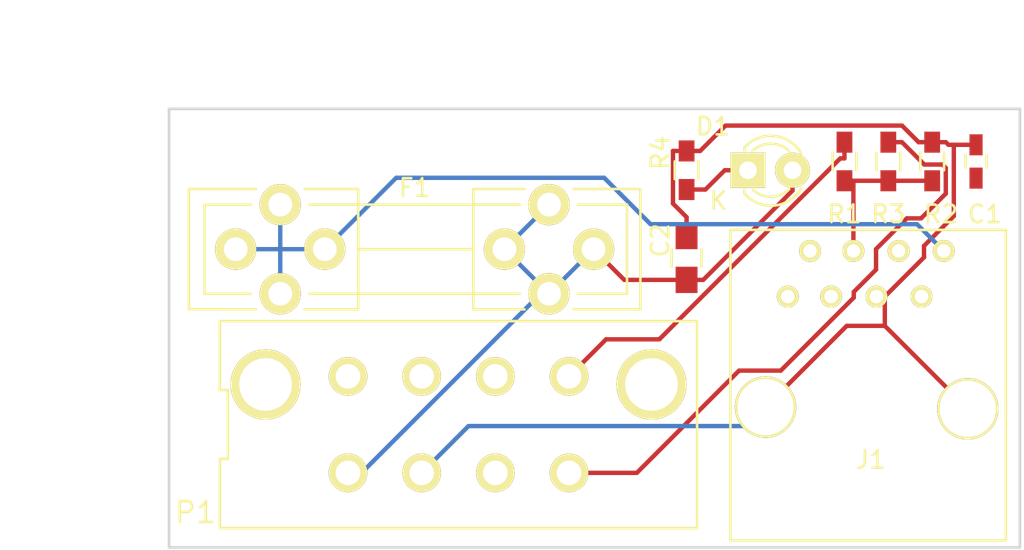
<source format=kicad_pcb>
(kicad_pcb (version 4) (host pcbnew 4.0.1-stable)

  (general
    (links 23)
    (no_connects 0)
    (area 115.424999 98.475 164.375 124.075001)
    (thickness 1.6)
    (drawings 6)
    (tracks 74)
    (zones 0)
    (modules 10)
    (nets 17)
  )

  (page A4)
  (layers
    (0 F.Cu signal)
    (31 B.Cu signal)
    (32 B.Adhes user)
    (33 F.Adhes user)
    (34 B.Paste user)
    (35 F.Paste user)
    (36 B.SilkS user)
    (37 F.SilkS user)
    (38 B.Mask user)
    (39 F.Mask user)
    (40 Dwgs.User user)
    (41 Cmts.User user)
    (42 Eco1.User user)
    (43 Eco2.User user)
    (44 Edge.Cuts user)
    (45 Margin user)
    (46 B.CrtYd user)
    (47 F.CrtYd user)
    (48 B.Fab user)
    (49 F.Fab user)
  )

  (setup
    (last_trace_width 0.25)
    (trace_clearance 0.2)
    (zone_clearance 0.508)
    (zone_45_only yes)
    (trace_min 0.2)
    (segment_width 0.2)
    (edge_width 0.15)
    (via_size 0.6)
    (via_drill 0.4)
    (via_min_size 0.4)
    (via_min_drill 0.3)
    (uvia_size 0.3)
    (uvia_drill 0.1)
    (uvias_allowed no)
    (uvia_min_size 0.2)
    (uvia_min_drill 0.1)
    (pcb_text_width 0.3)
    (pcb_text_size 1.5 1.5)
    (mod_edge_width 0.15)
    (mod_text_size 1 1)
    (mod_text_width 0.15)
    (pad_size 1.524 1.524)
    (pad_drill 0.762)
    (pad_to_mask_clearance 0.2)
    (aux_axis_origin 0 0)
    (visible_elements 7FFFFFFF)
    (pcbplotparams
      (layerselection 0x00030_80000001)
      (usegerberextensions false)
      (excludeedgelayer true)
      (linewidth 0.100000)
      (plotframeref false)
      (viasonmask false)
      (mode 1)
      (useauxorigin false)
      (hpglpennumber 1)
      (hpglpenspeed 20)
      (hpglpendiameter 15)
      (hpglpenoverlay 2)
      (psnegative false)
      (psa4output false)
      (plotreference true)
      (plotvalue true)
      (plotinvisibletext false)
      (padsonsilk false)
      (subtractmaskfromsilk false)
      (outputformat 1)
      (mirror false)
      (drillshape 1)
      (scaleselection 1)
      (outputdirectory ""))
  )

  (net 0 "")
  (net 1 "Net-(C1-Pad1)")
  (net 2 Earth)
  (net 3 /12_fuse)
  (net 4 +12V)
  (net 5 "Net-(J1-Pad7)")
  (net 6 /Tx)
  (net 7 "Net-(J1-Pad3)")
  (net 8 "Net-(J1-Pad2)")
  (net 9 "Net-(J1-Pad6)")
  (net 10 "Net-(J1-Pad8)")
  (net 11 "Net-(P1-Pad7)")
  (net 12 "Net-(P1-Pad6)")
  (net 13 "Net-(P1-Pad3)")
  (net 14 "Net-(P1-Pad5)")
  (net 15 "Net-(P1-Pad4)")
  (net 16 "Net-(D1-Pad1)")

  (net_class Default "This is the default net class."
    (clearance 0.2)
    (trace_width 0.25)
    (via_dia 0.6)
    (via_drill 0.4)
    (uvia_dia 0.3)
    (uvia_drill 0.1)
    (add_net +12V)
    (add_net /12_fuse)
    (add_net /Tx)
    (add_net Earth)
    (add_net "Net-(C1-Pad1)")
    (add_net "Net-(D1-Pad1)")
    (add_net "Net-(J1-Pad2)")
    (add_net "Net-(J1-Pad3)")
    (add_net "Net-(J1-Pad6)")
    (add_net "Net-(J1-Pad7)")
    (add_net "Net-(J1-Pad8)")
    (add_net "Net-(P1-Pad3)")
    (add_net "Net-(P1-Pad4)")
    (add_net "Net-(P1-Pad5)")
    (add_net "Net-(P1-Pad6)")
    (add_net "Net-(P1-Pad7)")
  )

  (module Libraries:RJ45_Header (layer F.Cu) (tedit 57D4A5A8) (tstamp 57D0BB0B)
    (at 149.5 116)
    (path /57AD0F81)
    (fp_text reference J1 (at 6 3) (layer F.SilkS)
      (effects (font (size 1 1) (thickness 0.15)))
    )
    (fp_text value RJ45 (at 5.6 -2.5) (layer F.Fab)
      (effects (font (size 1 1) (thickness 0.15)))
    )
    (fp_line (start -2 7.6) (end -2 -10.1) (layer F.SilkS) (width 0.15))
    (fp_line (start -2 -10.1) (end 13.7 -10.1) (layer F.SilkS) (width 0.15))
    (fp_line (start 13.7 -10.1) (end 13.7 7.6) (layer F.SilkS) (width 0.15))
    (fp_line (start 13.7 7.6) (end -2 7.6) (layer F.SilkS) (width 0.15))
    (pad 7 thru_hole circle (at 2.54 -8.9) (size 1.25 1.25) (drill 0.76) (layers *.Cu *.Mask F.SilkS)
      (net 5 "Net-(J1-Pad7)"))
    (pad 5 thru_hole circle (at 5.01 -8.9) (size 1.25 1.25) (drill 0.76) (layers *.Cu *.Mask F.SilkS)
      (net 6 /Tx))
    (pad 3 thru_hole circle (at 7.59 -8.9) (size 1.25 1.25) (drill 0.76) (layers *.Cu *.Mask F.SilkS)
      (net 7 "Net-(J1-Pad3)"))
    (pad 1 thru_hole circle (at 10.16 -8.9) (size 1.25 1.25) (drill 0.76) (layers *.Cu *.Mask F.SilkS)
      (net 4 +12V))
    (pad 2 thru_hole circle (at 8.89 -6.3) (size 1.25 1.25) (drill 0.76) (layers *.Cu *.Mask F.SilkS)
      (net 8 "Net-(J1-Pad2)"))
    (pad 4 thru_hole circle (at 6.32 -6.3) (size 1.25 1.25) (drill 0.76) (layers *.Cu *.Mask F.SilkS)
      (net 2 Earth))
    (pad 6 thru_hole circle (at 3.74 -6.3) (size 1.25 1.25) (drill 0.76) (layers *.Cu *.Mask F.SilkS)
      (net 9 "Net-(J1-Pad6)"))
    (pad 9 thru_hole circle (at 11.53 0.1) (size 3.5 3.5) (drill 3.2) (layers *.Cu *.Mask F.SilkS)
      (net 2 Earth))
    (pad 9 thru_hole circle (at 0 0) (size 3.5 3.5) (drill 3.2) (layers *.Cu *.Mask F.SilkS)
      (net 2 Earth))
    (pad 8 thru_hole circle (at 1.27 -6.3) (size 1.25 1.25) (drill 0.76) (layers *.Cu *.Mask F.SilkS)
      (net 10 "Net-(J1-Pad8)"))
  )

  (module Capacitors_SMD:C_0603_HandSoldering (layer F.Cu) (tedit 57D4A3C7) (tstamp 57D0BAE1)
    (at 161.5 102 90)
    (descr "Capacitor SMD 0603, hand soldering")
    (tags "capacitor 0603")
    (path /57AD0D37)
    (attr smd)
    (fp_text reference C1 (at -3 0.5 180) (layer F.SilkS)
      (effects (font (size 1 1) (thickness 0.15)))
    )
    (fp_text value 0.1u (at 0 1.9 90) (layer F.Fab)
      (effects (font (size 1 1) (thickness 0.15)))
    )
    (fp_line (start -1.85 -0.75) (end 1.85 -0.75) (layer F.CrtYd) (width 0.05))
    (fp_line (start -1.85 0.75) (end 1.85 0.75) (layer F.CrtYd) (width 0.05))
    (fp_line (start -1.85 -0.75) (end -1.85 0.75) (layer F.CrtYd) (width 0.05))
    (fp_line (start 1.85 -0.75) (end 1.85 0.75) (layer F.CrtYd) (width 0.05))
    (fp_line (start -0.35 -0.6) (end 0.35 -0.6) (layer F.SilkS) (width 0.15))
    (fp_line (start 0.35 0.6) (end -0.35 0.6) (layer F.SilkS) (width 0.15))
    (pad 1 smd rect (at -0.95 0 90) (size 1.2 0.75) (layers F.Cu F.Paste F.Mask)
      (net 1 "Net-(C1-Pad1)"))
    (pad 2 smd rect (at 0.95 0 90) (size 1.2 0.75) (layers F.Cu F.Paste F.Mask)
      (net 2 Earth))
    (model Capacitors_SMD.3dshapes/C_0603_HandSoldering.wrl
      (at (xyz 0 0 0))
      (scale (xyz 1 1 1))
      (rotate (xyz 0 0 0))
    )
  )

  (module Capacitors_SMD:C_0805_HandSoldering (layer F.Cu) (tedit 57D4A591) (tstamp 57D0BAE7)
    (at 145 107.5 90)
    (descr "Capacitor SMD 0805, hand soldering")
    (tags "capacitor 0805")
    (path /57AD0D10)
    (attr smd)
    (fp_text reference C2 (at 1 -1.5 90) (layer F.SilkS)
      (effects (font (size 1 1) (thickness 0.15)))
    )
    (fp_text value 10u (at 0 2.1 90) (layer F.Fab)
      (effects (font (size 1 1) (thickness 0.15)))
    )
    (fp_line (start -2.3 -1) (end 2.3 -1) (layer F.CrtYd) (width 0.05))
    (fp_line (start -2.3 1) (end 2.3 1) (layer F.CrtYd) (width 0.05))
    (fp_line (start -2.3 -1) (end -2.3 1) (layer F.CrtYd) (width 0.05))
    (fp_line (start 2.3 -1) (end 2.3 1) (layer F.CrtYd) (width 0.05))
    (fp_line (start 0.5 -0.85) (end -0.5 -0.85) (layer F.SilkS) (width 0.15))
    (fp_line (start -0.5 0.85) (end 0.5 0.85) (layer F.SilkS) (width 0.15))
    (pad 1 smd rect (at -1.25 0 90) (size 1.5 1.25) (layers F.Cu F.Paste F.Mask)
      (net 3 /12_fuse))
    (pad 2 smd rect (at 1.25 0 90) (size 1.5 1.25) (layers F.Cu F.Paste F.Mask)
      (net 2 Earth))
    (model Capacitors_SMD.3dshapes/C_0805_HandSoldering.wrl
      (at (xyz 0 0 0))
      (scale (xyz 1 1 1))
      (rotate (xyz 0 0 0))
    )
  )

  (module LEDs:LED-3MM (layer F.Cu) (tedit 57D4A597) (tstamp 57D0BAED)
    (at 148.5 102.5)
    (descr "LED 3mm round vertical")
    (tags "LED  3mm round vertical")
    (path /57AD4BAA)
    (fp_text reference D1 (at -2 -2.5) (layer F.SilkS)
      (effects (font (size 1 1) (thickness 0.15)))
    )
    (fp_text value LED (at 1.3 -2.9) (layer F.Fab)
      (effects (font (size 1 1) (thickness 0.15)))
    )
    (fp_line (start -1.2 2.3) (end 3.8 2.3) (layer F.CrtYd) (width 0.05))
    (fp_line (start 3.8 2.3) (end 3.8 -2.2) (layer F.CrtYd) (width 0.05))
    (fp_line (start 3.8 -2.2) (end -1.2 -2.2) (layer F.CrtYd) (width 0.05))
    (fp_line (start -1.2 -2.2) (end -1.2 2.3) (layer F.CrtYd) (width 0.05))
    (fp_line (start -0.199 1.314) (end -0.199 1.114) (layer F.SilkS) (width 0.15))
    (fp_line (start -0.199 -1.28) (end -0.199 -1.1) (layer F.SilkS) (width 0.15))
    (fp_arc (start 1.301 0.034) (end -0.199 -1.286) (angle 108.5) (layer F.SilkS) (width 0.15))
    (fp_arc (start 1.301 0.034) (end 0.25 -1.1) (angle 85.7) (layer F.SilkS) (width 0.15))
    (fp_arc (start 1.311 0.034) (end 3.051 0.994) (angle 110) (layer F.SilkS) (width 0.15))
    (fp_arc (start 1.301 0.034) (end 2.335 1.094) (angle 87.5) (layer F.SilkS) (width 0.15))
    (fp_text user K (at -1.69 1.74) (layer F.SilkS)
      (effects (font (size 1 1) (thickness 0.15)))
    )
    (pad 1 thru_hole rect (at 0 0 90) (size 2 2) (drill 1.00076) (layers *.Cu *.Mask F.SilkS)
      (net 16 "Net-(D1-Pad1)"))
    (pad 2 thru_hole circle (at 2.54 0) (size 2 2) (drill 1.00076) (layers *.Cu *.Mask F.SilkS)
      (net 3 /12_fuse))
    (model LEDs.3dshapes/LED-3MM.wrl
      (at (xyz 0.05 0 0))
      (scale (xyz 1 1 1))
      (rotate (xyz 0 0 90))
    )
  )

  (module Fuse_Holders_and_Fuses:Fuseholder5x20_horiz_open_universal_Type-III (layer F.Cu) (tedit 57D4A5B1) (tstamp 57D0BAF9)
    (at 129.5 107 180)
    (descr "Fuseholder, 5x20, open, horizontal, Type-III, universal, inline, lateral,")
    (tags "Fuseholder, 5x20, open, horizontal, Type-III, universal, inline, lateral, Sicherungshalter, offen,")
    (path /57AD4AA6)
    (fp_text reference F1 (at 0 3.5 180) (layer F.SilkS)
      (effects (font (size 1 1) (thickness 0.15)))
    )
    (fp_text value FUSE (at 2.54 6.35 180) (layer F.Fab)
      (effects (font (size 1 1) (thickness 0.15)))
    )
    (fp_line (start -3.2512 0) (end 3.2512 0) (layer F.SilkS) (width 0.15))
    (fp_line (start -3.3401 3.429) (end -6.2611 3.429) (layer F.SilkS) (width 0.15))
    (fp_line (start -12.8651 3.429) (end -9.0551 3.429) (layer F.SilkS) (width 0.15))
    (fp_line (start -12.1031 2.54) (end -9.3091 2.54) (layer F.SilkS) (width 0.15))
    (fp_line (start -3.3401 2.54) (end -6.0071 2.54) (layer F.SilkS) (width 0.15))
    (fp_line (start -12.8651 -3.429) (end -9.0551 -3.429) (layer F.SilkS) (width 0.15))
    (fp_line (start -12.1031 -2.54) (end -9.3091 -2.54) (layer F.SilkS) (width 0.15))
    (fp_line (start -3.3401 -3.429) (end -6.2611 -3.429) (layer F.SilkS) (width 0.15))
    (fp_line (start -3.3401 -2.54) (end -6.0071 -2.54) (layer F.SilkS) (width 0.15))
    (fp_line (start 3.21564 -3.429) (end 6.26364 -3.429) (layer F.SilkS) (width 0.15))
    (fp_line (start 3.21564 -2.54) (end 6.00964 -2.54) (layer F.SilkS) (width 0.15))
    (fp_line (start 3.21564 2.54) (end 6.00964 2.54) (layer F.SilkS) (width 0.15))
    (fp_line (start 3.21564 3.429) (end 6.26364 3.429) (layer F.SilkS) (width 0.15))
    (fp_line (start 12.86764 3.429) (end 9.05764 3.429) (layer F.SilkS) (width 0.15))
    (fp_line (start 11.97864 2.54) (end 9.31164 2.54) (layer F.SilkS) (width 0.15))
    (fp_line (start 12.86764 -3.429) (end 9.05764 -3.429) (layer F.SilkS) (width 0.15))
    (fp_line (start 11.97864 -2.54) (end 9.31164 -2.54) (layer F.SilkS) (width 0.15))
    (fp_line (start 12.86764 -3.429) (end 12.86764 3.429) (layer F.SilkS) (width 0.15))
    (fp_line (start 3.21564 3.429) (end 3.21564 2.54) (layer F.SilkS) (width 0.15))
    (fp_line (start 3.21564 -3.429) (end 3.21564 -2.54) (layer F.SilkS) (width 0.15))
    (fp_line (start -12.86764 -3.429) (end -12.86764 3.429) (layer F.SilkS) (width 0.15))
    (fp_line (start -3.34264 3.429) (end -3.34264 2.54) (layer F.SilkS) (width 0.15))
    (fp_line (start -3.34264 -3.429) (end -3.34264 -2.413) (layer F.SilkS) (width 0.15))
    (fp_line (start 5.715 2.54) (end -5.969 2.54) (layer F.SilkS) (width 0.15))
    (fp_line (start -5.842 -2.54) (end 5.715 -2.54) (layer F.SilkS) (width 0.15))
    (fp_line (start -3.34264 0) (end -3.34264 -2.54) (layer F.SilkS) (width 0.15))
    (fp_line (start -12.10564 -2.54) (end -12.10564 2.54) (layer F.SilkS) (width 0.15))
    (fp_line (start -3.34264 2.54) (end -3.34264 0) (layer F.SilkS) (width 0.15))
    (fp_line (start 3.21564 0) (end 3.21564 -2.54) (layer F.SilkS) (width 0.15))
    (fp_line (start 11.9761 -2.54) (end 11.9761 2.54) (layer F.SilkS) (width 0.15))
    (fp_line (start 3.21564 2.54) (end 3.21564 0) (layer F.SilkS) (width 0.15))
    (pad 2 thru_hole circle (at 5.12064 0 180) (size 2.3495 2.3495) (drill 1.34874) (layers *.Cu *.Mask F.SilkS)
      (net 4 +12V))
    (pad 2 thru_hole circle (at 10.20064 0 180) (size 2.3495 2.3495) (drill 1.34874) (layers *.Cu *.Mask F.SilkS)
      (net 4 +12V))
    (pad 1 thru_hole circle (at -5.1181 0 180) (size 2.3495 2.3495) (drill 1.34874) (layers *.Cu *.Mask F.SilkS)
      (net 3 /12_fuse))
    (pad 1 thru_hole circle (at -10.1981 0 180) (size 2.3495 2.3495) (drill 1.34874) (layers *.Cu *.Mask F.SilkS)
      (net 3 /12_fuse))
    (pad 2 thru_hole circle (at 7.66064 -2.54 180) (size 2.3495 2.3495) (drill 1.34874) (layers *.Cu *.Mask F.SilkS)
      (net 4 +12V))
    (pad 2 thru_hole circle (at 7.66064 2.54 180) (size 2.3495 2.3495) (drill 1.34874) (layers *.Cu *.Mask F.SilkS)
      (net 4 +12V))
    (pad 1 thru_hole circle (at -7.6581 -2.54 180) (size 2.3495 2.3495) (drill 1.34874) (layers *.Cu *.Mask F.SilkS)
      (net 3 /12_fuse))
    (pad 1 thru_hole circle (at -7.6581 2.54 180) (size 2.3495 2.3495) (drill 1.34874) (layers *.Cu *.Mask F.SilkS)
      (net 3 /12_fuse))
  )

  (module Libraries:8_Pin_Minifit (layer F.Cu) (tedit 57D4A5AD) (tstamp 57D0BB21)
    (at 132 117)
    (path /57AD0C73)
    (fp_text reference P1 (at -15 5 180) (layer F.SilkS)
      (effects (font (size 1.2 1.2) (thickness 0.15)))
    )
    (fp_text value CONN_01X07 (at 0 0) (layer F.Fab)
      (effects (font (size 1.2 1.2) (thickness 0.15)))
    )
    (fp_line (start -13.6 5.899999) (end 13.6 5.9) (layer F.SilkS) (width 0.15))
    (fp_line (start 13.6 5.9) (end 13.6 -5.899999) (layer F.SilkS) (width 0.15))
    (fp_line (start 13.6 -5.899999) (end -13.6 -5.9) (layer F.SilkS) (width 0.15))
    (fp_line (start -13.6 -5.9) (end -13.6 -1.966666) (layer F.SilkS) (width 0.15))
    (fp_line (start -13.6 -1.966666) (end -13.15 -1.966666) (layer F.SilkS) (width 0.15))
    (fp_line (start -13.15 -1.966666) (end -13.15 1.966666) (layer F.SilkS) (width 0.15))
    (fp_line (start -13.15 1.966666) (end -13.6 1.966666) (layer F.SilkS) (width 0.15))
    (fp_line (start -13.6 1.966666) (end -13.6 5.899999) (layer F.SilkS) (width 0.15))
    (pad 8 thru_hole circle (at -6.3 -2.75) (size 2.2 2.2) (drill 1.4) (layers *.Cu *.Mask F.SilkS))
    (pad 1 thru_hole circle (at -6.3 2.75) (size 2.2 2.2) (drill 1.4) (layers *.Cu *.Mask F.SilkS)
      (net 3 /12_fuse))
    (pad 7 thru_hole circle (at -2.1 -2.75) (size 2.2 2.2) (drill 1.4) (layers *.Cu *.Mask F.SilkS)
      (net 11 "Net-(P1-Pad7)"))
    (pad 2 thru_hole circle (at -2.1 2.75) (size 2.2 2.2) (drill 1.4) (layers *.Cu *.Mask F.SilkS)
      (net 2 Earth))
    (pad 6 thru_hole circle (at 2.1 -2.75) (size 2.2 2.2) (drill 1.4) (layers *.Cu *.Mask F.SilkS)
      (net 12 "Net-(P1-Pad6)"))
    (pad 3 thru_hole circle (at 2.1 2.75) (size 2.2 2.2) (drill 1.4) (layers *.Cu *.Mask F.SilkS)
      (net 13 "Net-(P1-Pad3)"))
    (pad 5 thru_hole circle (at 6.3 -2.75) (size 2.2 2.2) (drill 1.4) (layers *.Cu *.Mask F.SilkS)
      (net 14 "Net-(P1-Pad5)"))
    (pad 4 thru_hole circle (at 6.3 2.75) (size 2.2 2.2) (drill 1.4) (layers *.Cu *.Mask F.SilkS)
      (net 15 "Net-(P1-Pad4)"))
    (pad "" np_thru_hole circle (at 11 -2.29) (size 4 4) (drill 3) (layers *.Cu *.Mask F.SilkS))
    (pad "" np_thru_hole circle (at -11 -2.29) (size 4 4) (drill 3) (layers *.Cu *.Mask F.SilkS))
  )

  (module Resistors_SMD:R_0603_HandSoldering (layer F.Cu) (tedit 57D4A3BC) (tstamp 57D0BB27)
    (at 154 102 90)
    (descr "Resistor SMD 0603, hand soldering")
    (tags "resistor 0603")
    (path /57AD4CCF)
    (attr smd)
    (fp_text reference R1 (at -3 0 180) (layer F.SilkS)
      (effects (font (size 1 1) (thickness 0.15)))
    )
    (fp_text value R (at 0 1.9 90) (layer F.Fab)
      (effects (font (size 1 1) (thickness 0.15)))
    )
    (fp_line (start -2 -0.8) (end 2 -0.8) (layer F.CrtYd) (width 0.05))
    (fp_line (start -2 0.8) (end 2 0.8) (layer F.CrtYd) (width 0.05))
    (fp_line (start -2 -0.8) (end -2 0.8) (layer F.CrtYd) (width 0.05))
    (fp_line (start 2 -0.8) (end 2 0.8) (layer F.CrtYd) (width 0.05))
    (fp_line (start 0.5 0.675) (end -0.5 0.675) (layer F.SilkS) (width 0.15))
    (fp_line (start -0.5 -0.675) (end 0.5 -0.675) (layer F.SilkS) (width 0.15))
    (pad 1 smd rect (at -1.1 0 90) (size 1.2 0.9) (layers F.Cu F.Paste F.Mask)
      (net 6 /Tx))
    (pad 2 smd rect (at 1.1 0 90) (size 1.2 0.9) (layers F.Cu F.Paste F.Mask)
      (net 14 "Net-(P1-Pad5)"))
    (model Resistors_SMD.3dshapes/R_0603_HandSoldering.wrl
      (at (xyz 0 0 0))
      (scale (xyz 1 1 1))
      (rotate (xyz 0 0 0))
    )
  )

  (module Resistors_SMD:R_0603_HandSoldering (layer F.Cu) (tedit 57D4A3C4) (tstamp 57D0BB2D)
    (at 156.5 102 270)
    (descr "Resistor SMD 0603, hand soldering")
    (tags "resistor 0603")
    (path /57AD0E40)
    (attr smd)
    (fp_text reference R2 (at 3 -3 360) (layer F.SilkS)
      (effects (font (size 1 1) (thickness 0.15)))
    )
    (fp_text value R (at 0 1.9 270) (layer F.Fab)
      (effects (font (size 1 1) (thickness 0.15)))
    )
    (fp_line (start -2 -0.8) (end 2 -0.8) (layer F.CrtYd) (width 0.05))
    (fp_line (start -2 0.8) (end 2 0.8) (layer F.CrtYd) (width 0.05))
    (fp_line (start -2 -0.8) (end -2 0.8) (layer F.CrtYd) (width 0.05))
    (fp_line (start 2 -0.8) (end 2 0.8) (layer F.CrtYd) (width 0.05))
    (fp_line (start 0.5 0.675) (end -0.5 0.675) (layer F.SilkS) (width 0.15))
    (fp_line (start -0.5 -0.675) (end 0.5 -0.675) (layer F.SilkS) (width 0.15))
    (pad 1 smd rect (at -1.1 0 270) (size 1.2 0.9) (layers F.Cu F.Paste F.Mask)
      (net 15 "Net-(P1-Pad4)"))
    (pad 2 smd rect (at 1.1 0 270) (size 1.2 0.9) (layers F.Cu F.Paste F.Mask)
      (net 6 /Tx))
    (model Resistors_SMD.3dshapes/R_0603_HandSoldering.wrl
      (at (xyz 0 0 0))
      (scale (xyz 1 1 1))
      (rotate (xyz 0 0 0))
    )
  )

  (module Resistors_SMD:R_0603_HandSoldering (layer F.Cu) (tedit 57D4A3C1) (tstamp 57D0BB33)
    (at 159 102 90)
    (descr "Resistor SMD 0603, hand soldering")
    (tags "resistor 0603")
    (path /57AD0E63)
    (attr smd)
    (fp_text reference R3 (at -3 -2.5 180) (layer F.SilkS)
      (effects (font (size 1 1) (thickness 0.15)))
    )
    (fp_text value R (at 0 1.9 90) (layer F.Fab)
      (effects (font (size 1 1) (thickness 0.15)))
    )
    (fp_line (start -2 -0.8) (end 2 -0.8) (layer F.CrtYd) (width 0.05))
    (fp_line (start -2 0.8) (end 2 0.8) (layer F.CrtYd) (width 0.05))
    (fp_line (start -2 -0.8) (end -2 0.8) (layer F.CrtYd) (width 0.05))
    (fp_line (start 2 -0.8) (end 2 0.8) (layer F.CrtYd) (width 0.05))
    (fp_line (start 0.5 0.675) (end -0.5 0.675) (layer F.SilkS) (width 0.15))
    (fp_line (start -0.5 -0.675) (end 0.5 -0.675) (layer F.SilkS) (width 0.15))
    (pad 1 smd rect (at -1.1 0 90) (size 1.2 0.9) (layers F.Cu F.Paste F.Mask)
      (net 6 /Tx))
    (pad 2 smd rect (at 1.1 0 90) (size 1.2 0.9) (layers F.Cu F.Paste F.Mask)
      (net 2 Earth))
    (model Resistors_SMD.3dshapes/R_0603_HandSoldering.wrl
      (at (xyz 0 0 0))
      (scale (xyz 1 1 1))
      (rotate (xyz 0 0 0))
    )
  )

  (module Resistors_SMD:R_0603_HandSoldering (layer F.Cu) (tedit 57D4A58F) (tstamp 57D0BB39)
    (at 145 102.5 90)
    (descr "Resistor SMD 0603, hand soldering")
    (tags "resistor 0603")
    (path /57AD4B6D)
    (attr smd)
    (fp_text reference R4 (at 1 -1.5 90) (layer F.SilkS)
      (effects (font (size 1 1) (thickness 0.15)))
    )
    (fp_text value 1k (at 0 1.9 90) (layer F.Fab)
      (effects (font (size 1 1) (thickness 0.15)))
    )
    (fp_line (start -2 -0.8) (end 2 -0.8) (layer F.CrtYd) (width 0.05))
    (fp_line (start -2 0.8) (end 2 0.8) (layer F.CrtYd) (width 0.05))
    (fp_line (start -2 -0.8) (end -2 0.8) (layer F.CrtYd) (width 0.05))
    (fp_line (start 2 -0.8) (end 2 0.8) (layer F.CrtYd) (width 0.05))
    (fp_line (start 0.5 0.675) (end -0.5 0.675) (layer F.SilkS) (width 0.15))
    (fp_line (start -0.5 -0.675) (end 0.5 -0.675) (layer F.SilkS) (width 0.15))
    (pad 1 smd rect (at -1.1 0 90) (size 1.2 0.9) (layers F.Cu F.Paste F.Mask)
      (net 16 "Net-(D1-Pad1)"))
    (pad 2 smd rect (at 1.1 0 90) (size 1.2 0.9) (layers F.Cu F.Paste F.Mask)
      (net 2 Earth))
    (model Resistors_SMD.3dshapes/R_0603_HandSoldering.wrl
      (at (xyz 0 0 0))
      (scale (xyz 1 1 1))
      (rotate (xyz 0 0 0))
    )
  )

  (dimension 25 (width 0.3) (layer Cmts.User)
    (gr_text "25.000 mm" (at 112.15 111.5 270) (layer Cmts.User)
      (effects (font (size 1.5 1.5) (thickness 0.3)))
    )
    (feature1 (pts (xy 115.5 124) (xy 110.8 124)))
    (feature2 (pts (xy 115.5 99) (xy 110.8 99)))
    (crossbar (pts (xy 113.5 99) (xy 113.5 124)))
    (arrow1a (pts (xy 113.5 124) (xy 112.913579 122.873496)))
    (arrow1b (pts (xy 113.5 124) (xy 114.086421 122.873496)))
    (arrow2a (pts (xy 113.5 99) (xy 112.913579 100.126504)))
    (arrow2b (pts (xy 113.5 99) (xy 114.086421 100.126504)))
  )
  (dimension 48.5 (width 0.3) (layer Cmts.User)
    (gr_text "48.500 mm" (at 139.75 94.65) (layer Cmts.User)
      (effects (font (size 1.5 1.5) (thickness 0.3)))
    )
    (feature1 (pts (xy 164 99) (xy 164 93.3)))
    (feature2 (pts (xy 115.5 99) (xy 115.5 93.3)))
    (crossbar (pts (xy 115.5 96) (xy 164 96)))
    (arrow1a (pts (xy 164 96) (xy 162.873496 96.586421)))
    (arrow1b (pts (xy 164 96) (xy 162.873496 95.413579)))
    (arrow2a (pts (xy 115.5 96) (xy 116.626504 96.586421)))
    (arrow2b (pts (xy 115.5 96) (xy 116.626504 95.413579)))
  )
  (gr_line (start 164 99) (end 115.5 99) (angle 90) (layer Edge.Cuts) (width 0.15))
  (gr_line (start 164 124) (end 164 99) (angle 90) (layer Edge.Cuts) (width 0.15))
  (gr_line (start 115.5 124) (end 164 124) (angle 90) (layer Edge.Cuts) (width 0.15))
  (gr_line (start 115.5 99) (end 115.5 124) (angle 90) (layer Edge.Cuts) (width 0.15))

  (segment (start 161.5 101.05) (end 160.9123 101.05) (width 0.25) (layer F.Cu) (net 2))
  (segment (start 147.2211 99.9542) (end 145.7753 101.4) (width 0.25) (layer F.Cu) (net 2))
  (segment (start 157.2789 99.9542) (end 147.2211 99.9542) (width 0.25) (layer F.Cu) (net 2))
  (segment (start 158.2247 100.9) (end 157.2789 99.9542) (width 0.25) (layer F.Cu) (net 2))
  (segment (start 159 100.9) (end 158.2247 100.9) (width 0.25) (layer F.Cu) (net 2))
  (segment (start 160.9123 101.05) (end 160.2325 101.05) (width 0.25) (layer F.Cu) (net 2))
  (segment (start 159.9253 101.05) (end 159.7753 100.9) (width 0.25) (layer F.Cu) (net 2))
  (segment (start 160.2325 101.05) (end 159.9253 101.05) (width 0.25) (layer F.Cu) (net 2))
  (segment (start 159 100.9) (end 159.7753 100.9) (width 0.25) (layer F.Cu) (net 2))
  (segment (start 148.4173 117.0827) (end 149.5 116) (width 0.25) (layer B.Cu) (net 2))
  (segment (start 132.5673 117.0827) (end 148.4173 117.0827) (width 0.25) (layer B.Cu) (net 2))
  (segment (start 129.9 119.75) (end 132.5673 117.0827) (width 0.25) (layer B.Cu) (net 2))
  (segment (start 145.3877 101.4) (end 145.7753 101.4) (width 0.25) (layer F.Cu) (net 2))
  (segment (start 145.3877 101.4) (end 145 101.4) (width 0.25) (layer F.Cu) (net 2))
  (segment (start 144.2247 104.3994) (end 145 105.1747) (width 0.25) (layer F.Cu) (net 2))
  (segment (start 144.2247 101.4) (end 144.2247 104.3994) (width 0.25) (layer F.Cu) (net 2))
  (segment (start 145 101.4) (end 144.2247 101.4) (width 0.25) (layer F.Cu) (net 2))
  (segment (start 145 106.25) (end 145 105.1747) (width 0.25) (layer F.Cu) (net 2))
  (segment (start 156.2995 109.7) (end 155.82 109.7) (width 0.25) (layer F.Cu) (net 2))
  (segment (start 158.5344 107.4651) (end 156.2995 109.7) (width 0.25) (layer F.Cu) (net 2))
  (segment (start 158.5344 106.8109) (end 158.5344 107.4651) (width 0.25) (layer F.Cu) (net 2))
  (segment (start 160.2325 105.1128) (end 158.5344 106.8109) (width 0.25) (layer F.Cu) (net 2))
  (segment (start 160.2325 101.05) (end 160.2325 105.1128) (width 0.25) (layer F.Cu) (net 2))
  (segment (start 154.1305 111.3695) (end 156.2995 111.3695) (width 0.25) (layer F.Cu) (net 2))
  (segment (start 149.5 116) (end 154.1305 111.3695) (width 0.25) (layer F.Cu) (net 2))
  (segment (start 156.2995 109.7) (end 156.2995 111.3695) (width 0.25) (layer F.Cu) (net 2))
  (segment (start 156.2995 111.3695) (end 161.03 116.1) (width 0.25) (layer F.Cu) (net 2))
  (segment (start 137.1581 104.46) (end 134.6181 107) (width 0.25) (layer B.Cu) (net 3))
  (segment (start 137.1581 109.54) (end 134.6181 107) (width 0.25) (layer B.Cu) (net 3))
  (segment (start 141.4481 108.75) (end 145 108.75) (width 0.25) (layer F.Cu) (net 3))
  (segment (start 139.6981 107) (end 141.4481 108.75) (width 0.25) (layer F.Cu) (net 3))
  (segment (start 151.04 103.6603) (end 145.9503 108.75) (width 0.25) (layer F.Cu) (net 3))
  (segment (start 151.04 102.5) (end 151.04 103.6603) (width 0.25) (layer F.Cu) (net 3))
  (segment (start 145 108.75) (end 145.9503 108.75) (width 0.25) (layer F.Cu) (net 3))
  (segment (start 136.6836 109.54) (end 137.1581 109.54) (width 0.25) (layer B.Cu) (net 3))
  (segment (start 126.4736 119.75) (end 136.6836 109.54) (width 0.25) (layer B.Cu) (net 3))
  (segment (start 125.7 119.75) (end 126.4736 119.75) (width 0.25) (layer B.Cu) (net 3))
  (segment (start 137.1581 109.54) (end 139.6981 107) (width 0.25) (layer B.Cu) (net 3))
  (segment (start 121.8394 104.46) (end 121.8394 107) (width 0.25) (layer B.Cu) (net 4))
  (segment (start 121.8394 107) (end 121.8394 109.54) (width 0.25) (layer B.Cu) (net 4))
  (segment (start 119.2994 107) (end 121.8394 107) (width 0.25) (layer B.Cu) (net 4))
  (segment (start 121.8394 107) (end 124.3794 107) (width 0.25) (layer B.Cu) (net 4))
  (segment (start 158.1347 105.5747) (end 159.66 107.1) (width 0.25) (layer B.Cu) (net 4))
  (segment (start 142.9476 105.5747) (end 158.1347 105.5747) (width 0.25) (layer B.Cu) (net 4))
  (segment (start 140.3035 102.9306) (end 142.9476 105.5747) (width 0.25) (layer B.Cu) (net 4))
  (segment (start 128.4488 102.9306) (end 140.3035 102.9306) (width 0.25) (layer B.Cu) (net 4))
  (segment (start 124.3794 107) (end 128.4488 102.9306) (width 0.25) (layer B.Cu) (net 4))
  (segment (start 159 103.1) (end 156.5 103.1) (width 0.25) (layer F.Cu) (net 6))
  (segment (start 154.51 103.1) (end 154.51 107.1) (width 0.25) (layer F.Cu) (net 6))
  (segment (start 156.5 103.1) (end 154.51 103.1) (width 0.25) (layer F.Cu) (net 6))
  (segment (start 154.51 103.1) (end 154 103.1) (width 0.25) (layer F.Cu) (net 6))
  (segment (start 140.4116 112.1384) (end 138.3 114.25) (width 0.25) (layer F.Cu) (net 14))
  (segment (start 143.447 112.1384) (end 140.4116 112.1384) (width 0.25) (layer F.Cu) (net 14))
  (segment (start 153.7601 101.8253) (end 143.447 112.1384) (width 0.25) (layer F.Cu) (net 14))
  (segment (start 154 101.8253) (end 153.7601 101.8253) (width 0.25) (layer F.Cu) (net 14))
  (segment (start 154 100.9) (end 154 101.8253) (width 0.25) (layer F.Cu) (net 14))
  (segment (start 142.1632 119.75) (end 138.3 119.75) (width 0.25) (layer F.Cu) (net 15))
  (segment (start 147.9914 113.9218) (end 142.1632 119.75) (width 0.25) (layer F.Cu) (net 15))
  (segment (start 150.3695 113.9218) (end 147.9914 113.9218) (width 0.25) (layer F.Cu) (net 15))
  (segment (start 154.5301 109.7612) (end 150.3695 113.9218) (width 0.25) (layer F.Cu) (net 15))
  (segment (start 154.5301 109.4354) (end 154.5301 109.7612) (width 0.25) (layer F.Cu) (net 15))
  (segment (start 155.8001 108.1654) (end 154.5301 109.4354) (width 0.25) (layer F.Cu) (net 15))
  (segment (start 155.8001 106.9946) (end 155.8001 108.1654) (width 0.25) (layer F.Cu) (net 15))
  (segment (start 157.5519 105.2428) (end 155.8001 106.9946) (width 0.25) (layer F.Cu) (net 15))
  (segment (start 158.3673 105.2428) (end 157.5519 105.2428) (width 0.25) (layer F.Cu) (net 15))
  (segment (start 159.7754 103.8347) (end 158.3673 105.2428) (width 0.25) (layer F.Cu) (net 15))
  (segment (start 159.7754 102.3653) (end 159.7754 103.8347) (width 0.25) (layer F.Cu) (net 15))
  (segment (start 159.5848 102.1747) (end 159.7754 102.3653) (width 0.25) (layer F.Cu) (net 15))
  (segment (start 158.55 102.1747) (end 159.5848 102.1747) (width 0.25) (layer F.Cu) (net 15))
  (segment (start 157.2753 100.9) (end 158.55 102.1747) (width 0.25) (layer F.Cu) (net 15))
  (segment (start 156.5 100.9) (end 157.2753 100.9) (width 0.25) (layer F.Cu) (net 15))
  (segment (start 146.0747 103.6) (end 147.1747 102.5) (width 0.25) (layer F.Cu) (net 16))
  (segment (start 145 103.6) (end 146.0747 103.6) (width 0.25) (layer F.Cu) (net 16))
  (segment (start 148.5 102.5) (end 147.1747 102.5) (width 0.25) (layer F.Cu) (net 16))

  (zone (net 0) (net_name "") (layer F.Cu) (tstamp 57D4A538) (hatch edge 0.508)
    (connect_pads (clearance 0.508))
    (min_thickness 0.254)
    (keepout (tracks not_allowed) (vias not_allowed) (copperpour allowed))
    (fill (arc_segments 16) (thermal_gap 0.508) (thermal_bridge_width 0.508))
    (polygon
      (pts
        (xy 164 124) (xy 164 99) (xy 115.5 99) (xy 115.5 124) (xy 117.5 124)
      )
    )
  )
  (zone (net 2) (net_name Earth) (layer B.Cu) (tstamp 57D4A539) (hatch edge 0.508)
    (connect_pads (clearance 0.508))
    (min_thickness 0.254)
    (fill (arc_segments 16) (thermal_gap 0.508) (thermal_bridge_width 0.508))
    (polygon
      (pts
        (xy 115.5 99) (xy 164 99) (xy 164 124) (xy 115.5 124) (xy 115.5 123.5)
      )
    )
  )
  (zone (net 3) (net_name /12_fuse) (layer F.Cu) (tstamp 57D4A53A) (hatch edge 0.508)
    (connect_pads (clearance 0.508))
    (min_thickness 0.254)
    (fill (arc_segments 16) (thermal_gap 0.508) (thermal_bridge_width 0.508))
    (polygon
      (pts
        (xy 164 124) (xy 115.5 124) (xy 115.5 99) (xy 164 99) (xy 164 124)
      )
    )
  )
)

</source>
